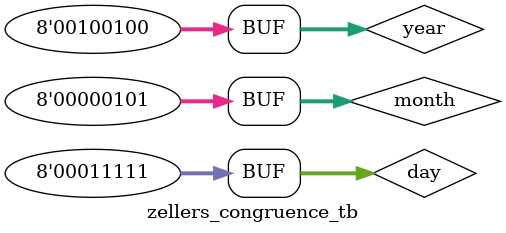
<source format=v>
module zellers_congruence_tb;

    reg [7:0] year;
    reg [7:0] month;
    reg [7:0] day;
    wire [2:0] day_of_week;
    
    zellers_congruence dut (
        .year(year),
        .month(month),
        .day(day),
        .day_of_week(day_of_week)
    );

initial begin
    $monitor("Time: %0t, %h - %h - %h, %h", $time, day, month, year, day_of_week);
    year = 8'h24;
    month = 8'h05;
    day = 8'h1;
    #100;
    repeat(30)    
    begin
        day = day + 1;
        #100;
    end

end

endmodule
</source>
